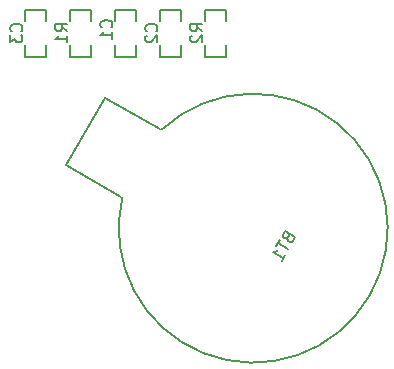
<source format=gbo>
%FSLAX34Y34*%
G04 Gerber Fmt 3.4, Leading zero omitted, Abs format*
G04 (created by PCBNEW (2014-01-30 BZR 4648)-product) date Sat Mar  1 14:05:08 2014*
%MOIN*%
G01*
G70*
G90*
G04 APERTURE LIST*
%ADD10C,0.013780*%
%ADD11C,0.007087*%
%ADD12C,0.005906*%
%ADD13C,0.433071*%
%ADD14C,0.118110*%
%ADD15R,0.051181X0.047244*%
%ADD16C,0.059055*%
%ADD17C,0.086614*%
%ADD18C,0.098425*%
G04 APERTURE END LIST*
G54D10*
G54D11*
X10104Y9393D02*
X10104Y9787D01*
X10104Y9787D02*
X9395Y9787D01*
X9395Y9787D02*
X9395Y9393D01*
X10104Y8606D02*
X10104Y8212D01*
X10104Y8212D02*
X9395Y8212D01*
X9395Y8212D02*
X9395Y8606D01*
X7104Y9393D02*
X7104Y9787D01*
X7104Y9787D02*
X6395Y9787D01*
X6395Y9787D02*
X6395Y9393D01*
X7104Y8606D02*
X7104Y8212D01*
X7104Y8212D02*
X6395Y8212D01*
X6395Y8212D02*
X6395Y8606D01*
X10895Y8606D02*
X10895Y8212D01*
X10895Y8212D02*
X11604Y8212D01*
X11604Y8212D02*
X11604Y8606D01*
X10895Y9393D02*
X10895Y9787D01*
X10895Y9787D02*
X11604Y9787D01*
X11604Y9787D02*
X11604Y9393D01*
X7895Y8606D02*
X7895Y8212D01*
X7895Y8212D02*
X8604Y8212D01*
X8604Y8212D02*
X8604Y8606D01*
X7895Y9393D02*
X7895Y9787D01*
X7895Y9787D02*
X8604Y9787D01*
X8604Y9787D02*
X8604Y9393D01*
X4895Y8606D02*
X4895Y8212D01*
X4895Y8212D02*
X5604Y8212D01*
X5604Y8212D02*
X5604Y8606D01*
X4895Y9393D02*
X4895Y9787D01*
X4895Y9787D02*
X5604Y9787D01*
X5604Y9787D02*
X5604Y9393D01*
X9451Y5787D02*
G75*
G02X8133Y3520I3048J-3287D01*
G74*
G01*
X7557Y6853D02*
X9399Y5790D01*
X6258Y4603D02*
X8099Y3540D01*
X6258Y4603D02*
X7557Y6853D01*
X9265Y9065D02*
X9284Y9084D01*
X9303Y9140D01*
X9303Y9178D01*
X9284Y9234D01*
X9246Y9271D01*
X9209Y9290D01*
X9134Y9309D01*
X9078Y9309D01*
X9003Y9290D01*
X8965Y9271D01*
X8928Y9234D01*
X8909Y9178D01*
X8909Y9140D01*
X8928Y9084D01*
X8946Y9065D01*
X8946Y8915D02*
X8928Y8896D01*
X8909Y8859D01*
X8909Y8765D01*
X8928Y8728D01*
X8946Y8709D01*
X8984Y8690D01*
X9021Y8690D01*
X9078Y8709D01*
X9303Y8934D01*
X9303Y8690D01*
X6303Y9065D02*
X6115Y9196D01*
X6303Y9290D02*
X5909Y9290D01*
X5909Y9140D01*
X5928Y9103D01*
X5946Y9084D01*
X5984Y9065D01*
X6040Y9065D01*
X6078Y9084D01*
X6096Y9103D01*
X6115Y9140D01*
X6115Y9290D01*
X6303Y8690D02*
X6303Y8915D01*
X6303Y8803D02*
X5909Y8803D01*
X5965Y8840D01*
X6003Y8878D01*
X6021Y8915D01*
X10803Y9065D02*
X10615Y9196D01*
X10803Y9290D02*
X10409Y9290D01*
X10409Y9140D01*
X10428Y9103D01*
X10446Y9084D01*
X10484Y9065D01*
X10540Y9065D01*
X10578Y9084D01*
X10596Y9103D01*
X10615Y9140D01*
X10615Y9290D01*
X10446Y8915D02*
X10428Y8896D01*
X10409Y8859D01*
X10409Y8765D01*
X10428Y8728D01*
X10446Y8709D01*
X10484Y8690D01*
X10521Y8690D01*
X10578Y8709D01*
X10803Y8934D01*
X10803Y8690D01*
X7765Y9190D02*
X7784Y9209D01*
X7803Y9265D01*
X7803Y9303D01*
X7784Y9359D01*
X7746Y9396D01*
X7709Y9415D01*
X7634Y9434D01*
X7578Y9434D01*
X7503Y9415D01*
X7465Y9396D01*
X7428Y9359D01*
X7409Y9303D01*
X7409Y9265D01*
X7428Y9209D01*
X7446Y9190D01*
X7803Y8815D02*
X7803Y9040D01*
X7803Y8928D02*
X7409Y8928D01*
X7465Y8965D01*
X7503Y9003D01*
X7521Y9040D01*
X4765Y9065D02*
X4784Y9084D01*
X4803Y9140D01*
X4803Y9178D01*
X4784Y9234D01*
X4746Y9271D01*
X4709Y9290D01*
X4634Y9309D01*
X4578Y9309D01*
X4503Y9290D01*
X4465Y9271D01*
X4428Y9234D01*
X4409Y9178D01*
X4409Y9140D01*
X4428Y9084D01*
X4446Y9065D01*
X4409Y8934D02*
X4409Y8690D01*
X4559Y8821D01*
X4559Y8765D01*
X4578Y8728D01*
X4596Y8709D01*
X4634Y8690D01*
X4728Y8690D01*
X4765Y8709D01*
X4784Y8728D01*
X4803Y8765D01*
X4803Y8878D01*
X4784Y8915D01*
X4765Y8934D01*
G54D12*
X13653Y2191D02*
X13641Y2133D01*
X13648Y2107D01*
X13671Y2072D01*
X13719Y2044D01*
X13761Y2042D01*
X13787Y2048D01*
X13822Y2072D01*
X13897Y2201D01*
X13556Y2398D01*
X13490Y2285D01*
X13488Y2243D01*
X13495Y2217D01*
X13518Y2182D01*
X13550Y2163D01*
X13592Y2161D01*
X13618Y2168D01*
X13653Y2191D01*
X13718Y2305D01*
X13387Y2106D02*
X13275Y1911D01*
X13672Y1812D02*
X13331Y2009D01*
X13447Y1422D02*
X13559Y1617D01*
X13503Y1520D02*
X13162Y1716D01*
X13230Y1721D01*
X13281Y1734D01*
X13316Y1758D01*
%LPC*%
G54D13*
X4250Y13750D03*
X11750Y13750D03*
G54D14*
X2250Y7425D03*
X2250Y9000D03*
X2250Y10574D03*
G54D15*
X9750Y8550D03*
X9750Y9450D03*
G54D16*
X12875Y7500D03*
X12875Y10500D03*
X13875Y7500D03*
X13875Y10500D03*
G54D15*
X6750Y8550D03*
X6750Y9450D03*
X11250Y9450D03*
X11250Y8550D03*
G54D16*
X7875Y10500D03*
X6875Y10500D03*
X5875Y10500D03*
X4875Y10500D03*
X8875Y10500D03*
X9875Y10500D03*
X10875Y10500D03*
X4875Y7500D03*
X5875Y7500D03*
X6875Y7500D03*
X7875Y7500D03*
X8875Y7500D03*
X9875Y7500D03*
X10875Y7500D03*
G54D15*
X8250Y9450D03*
X8250Y8550D03*
X5250Y9450D03*
X5250Y8550D03*
G54D17*
X5218Y1500D03*
X1281Y1500D03*
G54D16*
X11875Y10500D03*
X11875Y7500D03*
G54D18*
X14545Y1318D03*
X7726Y5255D03*
M02*

</source>
